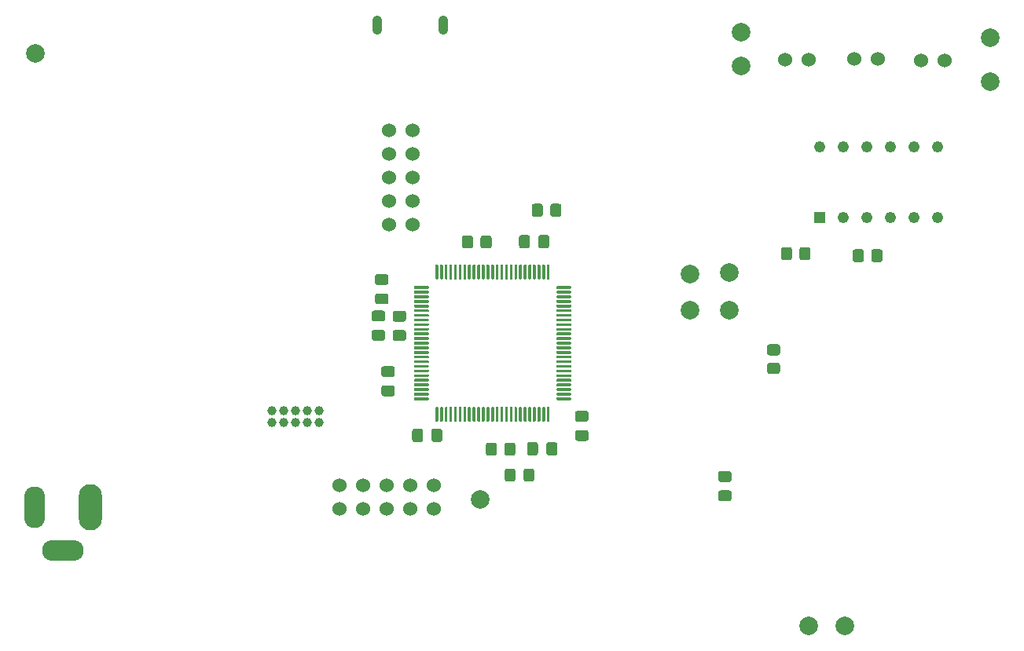
<source format=gbr>
%TF.GenerationSoftware,KiCad,Pcbnew,(5.1.9)-1*%
%TF.CreationDate,2021-04-19T10:41:21+09:00*%
%TF.ProjectId,Air_Pollution_Sensor,4169725f-506f-46c6-9c75-74696f6e5f53,rev?*%
%TF.SameCoordinates,Original*%
%TF.FileFunction,Soldermask,Bot*%
%TF.FilePolarity,Negative*%
%FSLAX46Y46*%
G04 Gerber Fmt 4.6, Leading zero omitted, Abs format (unit mm)*
G04 Created by KiCad (PCBNEW (5.1.9)-1) date 2021-04-19 10:41:21*
%MOMM*%
%LPD*%
G01*
G04 APERTURE LIST*
%ADD10C,2.000000*%
%ADD11C,1.000000*%
%ADD12C,1.530000*%
%ADD13C,1.524000*%
%ADD14C,1.220000*%
%ADD15R,1.220000X1.220000*%
%ADD16O,2.500000X5.000000*%
%ADD17O,2.250000X4.500000*%
%ADD18O,4.500000X2.250000*%
%ADD19O,1.050000X2.100000*%
G04 APERTURE END LIST*
D10*
%TO.C,TP8*%
X188899800Y-137414000D03*
%TD*%
%TO.C,TP7*%
X185039000Y-137363200D03*
%TD*%
%TO.C,C9*%
G36*
G01*
X140444200Y-105475100D02*
X141394200Y-105475100D01*
G75*
G02*
X141644200Y-105725100I0J-250000D01*
G01*
X141644200Y-106400100D01*
G75*
G02*
X141394200Y-106650100I-250000J0D01*
G01*
X140444200Y-106650100D01*
G75*
G02*
X140194200Y-106400100I0J250000D01*
G01*
X140194200Y-105725100D01*
G75*
G02*
X140444200Y-105475100I250000J0D01*
G01*
G37*
G36*
G01*
X140444200Y-103400100D02*
X141394200Y-103400100D01*
G75*
G02*
X141644200Y-103650100I0J-250000D01*
G01*
X141644200Y-104325100D01*
G75*
G02*
X141394200Y-104575100I-250000J0D01*
G01*
X140444200Y-104575100D01*
G75*
G02*
X140194200Y-104325100I0J250000D01*
G01*
X140194200Y-103650100D01*
G75*
G02*
X140444200Y-103400100I250000J0D01*
G01*
G37*
%TD*%
D11*
%TO.C,U10*%
X131013200Y-114198400D03*
X132283200Y-115468400D03*
X132283200Y-114198400D03*
X129743200Y-114198400D03*
X128473200Y-115468400D03*
X129743200Y-115468400D03*
X128473200Y-114198400D03*
X127203200Y-115468400D03*
X131013200Y-115468400D03*
X127203200Y-114198400D03*
%TD*%
D10*
%TO.C,TP12*%
X176479200Y-103378000D03*
%TD*%
%TO.C,TP11*%
X172262800Y-103378000D03*
%TD*%
%TO.C,TP10*%
X176479200Y-99314000D03*
%TD*%
%TO.C,TP9*%
X172262800Y-99415600D03*
%TD*%
%TO.C,R5*%
G36*
G01*
X151433580Y-117870819D02*
X151433580Y-118770821D01*
G75*
G02*
X151183581Y-119020820I-249999J0D01*
G01*
X150483579Y-119020820D01*
G75*
G02*
X150233580Y-118770821I0J249999D01*
G01*
X150233580Y-117870819D01*
G75*
G02*
X150483579Y-117620820I249999J0D01*
G01*
X151183581Y-117620820D01*
G75*
G02*
X151433580Y-117870819I0J-249999D01*
G01*
G37*
G36*
G01*
X153433580Y-117870819D02*
X153433580Y-118770821D01*
G75*
G02*
X153183581Y-119020820I-249999J0D01*
G01*
X152483579Y-119020820D01*
G75*
G02*
X152233580Y-118770821I0J249999D01*
G01*
X152233580Y-117870819D01*
G75*
G02*
X152483579Y-117620820I249999J0D01*
G01*
X153183581Y-117620820D01*
G75*
G02*
X153433580Y-117870819I0J-249999D01*
G01*
G37*
%TD*%
%TO.C,D5*%
G36*
G01*
X153411880Y-120669899D02*
X153411880Y-121569901D01*
G75*
G02*
X153161881Y-121819900I-249999J0D01*
G01*
X152511879Y-121819900D01*
G75*
G02*
X152261880Y-121569901I0J249999D01*
G01*
X152261880Y-120669899D01*
G75*
G02*
X152511879Y-120419900I249999J0D01*
G01*
X153161881Y-120419900D01*
G75*
G02*
X153411880Y-120669899I0J-249999D01*
G01*
G37*
G36*
G01*
X155461880Y-120669899D02*
X155461880Y-121569901D01*
G75*
G02*
X155211881Y-121819900I-249999J0D01*
G01*
X154561879Y-121819900D01*
G75*
G02*
X154311880Y-121569901I0J249999D01*
G01*
X154311880Y-120669899D01*
G75*
G02*
X154561879Y-120419900I249999J0D01*
G01*
X155211881Y-120419900D01*
G75*
G02*
X155461880Y-120669899I0J-249999D01*
G01*
G37*
%TD*%
%TO.C,TP6*%
X204607160Y-78724760D03*
%TD*%
%TO.C,TP5*%
X177744120Y-76969620D03*
%TD*%
%TO.C,TP4*%
X177764440Y-73400920D03*
%TD*%
%TO.C,TP3*%
X204607160Y-73929240D03*
%TD*%
%TO.C,TP2*%
X101727000Y-75615800D03*
%TD*%
%TO.C,TP1*%
X149608540Y-123738640D03*
%TD*%
D12*
%TO.C,J4*%
X134503160Y-124795280D03*
X134503160Y-122255280D03*
X137043160Y-124795280D03*
X137043160Y-122255280D03*
X139583160Y-124795280D03*
X139583160Y-122255280D03*
X142123160Y-122255280D03*
X144663160Y-122255280D03*
X142123160Y-124795280D03*
X144663160Y-124795280D03*
%TD*%
%TO.C,J3*%
X142354300Y-94094300D03*
X139814300Y-94094300D03*
X142354300Y-91554300D03*
X139814300Y-91554300D03*
X142354300Y-89014300D03*
X139814300Y-89014300D03*
X139814300Y-86474300D03*
X139814300Y-83934300D03*
X142354300Y-86474300D03*
X142354300Y-83934300D03*
%TD*%
%TO.C,U6*%
G36*
G01*
X144812360Y-115295900D02*
X144812360Y-113845900D01*
G75*
G02*
X144887360Y-113770900I75000J0D01*
G01*
X145037360Y-113770900D01*
G75*
G02*
X145112360Y-113845900I0J-75000D01*
G01*
X145112360Y-115295900D01*
G75*
G02*
X145037360Y-115370900I-75000J0D01*
G01*
X144887360Y-115370900D01*
G75*
G02*
X144812360Y-115295900I0J75000D01*
G01*
G37*
G36*
G01*
X145312360Y-115295900D02*
X145312360Y-113845900D01*
G75*
G02*
X145387360Y-113770900I75000J0D01*
G01*
X145537360Y-113770900D01*
G75*
G02*
X145612360Y-113845900I0J-75000D01*
G01*
X145612360Y-115295900D01*
G75*
G02*
X145537360Y-115370900I-75000J0D01*
G01*
X145387360Y-115370900D01*
G75*
G02*
X145312360Y-115295900I0J75000D01*
G01*
G37*
G36*
G01*
X145812360Y-115295900D02*
X145812360Y-113845900D01*
G75*
G02*
X145887360Y-113770900I75000J0D01*
G01*
X146037360Y-113770900D01*
G75*
G02*
X146112360Y-113845900I0J-75000D01*
G01*
X146112360Y-115295900D01*
G75*
G02*
X146037360Y-115370900I-75000J0D01*
G01*
X145887360Y-115370900D01*
G75*
G02*
X145812360Y-115295900I0J75000D01*
G01*
G37*
G36*
G01*
X146312360Y-115295900D02*
X146312360Y-113845900D01*
G75*
G02*
X146387360Y-113770900I75000J0D01*
G01*
X146537360Y-113770900D01*
G75*
G02*
X146612360Y-113845900I0J-75000D01*
G01*
X146612360Y-115295900D01*
G75*
G02*
X146537360Y-115370900I-75000J0D01*
G01*
X146387360Y-115370900D01*
G75*
G02*
X146312360Y-115295900I0J75000D01*
G01*
G37*
G36*
G01*
X146812360Y-115295900D02*
X146812360Y-113845900D01*
G75*
G02*
X146887360Y-113770900I75000J0D01*
G01*
X147037360Y-113770900D01*
G75*
G02*
X147112360Y-113845900I0J-75000D01*
G01*
X147112360Y-115295900D01*
G75*
G02*
X147037360Y-115370900I-75000J0D01*
G01*
X146887360Y-115370900D01*
G75*
G02*
X146812360Y-115295900I0J75000D01*
G01*
G37*
G36*
G01*
X147312360Y-115295900D02*
X147312360Y-113845900D01*
G75*
G02*
X147387360Y-113770900I75000J0D01*
G01*
X147537360Y-113770900D01*
G75*
G02*
X147612360Y-113845900I0J-75000D01*
G01*
X147612360Y-115295900D01*
G75*
G02*
X147537360Y-115370900I-75000J0D01*
G01*
X147387360Y-115370900D01*
G75*
G02*
X147312360Y-115295900I0J75000D01*
G01*
G37*
G36*
G01*
X147812360Y-115295900D02*
X147812360Y-113845900D01*
G75*
G02*
X147887360Y-113770900I75000J0D01*
G01*
X148037360Y-113770900D01*
G75*
G02*
X148112360Y-113845900I0J-75000D01*
G01*
X148112360Y-115295900D01*
G75*
G02*
X148037360Y-115370900I-75000J0D01*
G01*
X147887360Y-115370900D01*
G75*
G02*
X147812360Y-115295900I0J75000D01*
G01*
G37*
G36*
G01*
X148312360Y-115295900D02*
X148312360Y-113845900D01*
G75*
G02*
X148387360Y-113770900I75000J0D01*
G01*
X148537360Y-113770900D01*
G75*
G02*
X148612360Y-113845900I0J-75000D01*
G01*
X148612360Y-115295900D01*
G75*
G02*
X148537360Y-115370900I-75000J0D01*
G01*
X148387360Y-115370900D01*
G75*
G02*
X148312360Y-115295900I0J75000D01*
G01*
G37*
G36*
G01*
X148812360Y-115295900D02*
X148812360Y-113845900D01*
G75*
G02*
X148887360Y-113770900I75000J0D01*
G01*
X149037360Y-113770900D01*
G75*
G02*
X149112360Y-113845900I0J-75000D01*
G01*
X149112360Y-115295900D01*
G75*
G02*
X149037360Y-115370900I-75000J0D01*
G01*
X148887360Y-115370900D01*
G75*
G02*
X148812360Y-115295900I0J75000D01*
G01*
G37*
G36*
G01*
X149312360Y-115295900D02*
X149312360Y-113845900D01*
G75*
G02*
X149387360Y-113770900I75000J0D01*
G01*
X149537360Y-113770900D01*
G75*
G02*
X149612360Y-113845900I0J-75000D01*
G01*
X149612360Y-115295900D01*
G75*
G02*
X149537360Y-115370900I-75000J0D01*
G01*
X149387360Y-115370900D01*
G75*
G02*
X149312360Y-115295900I0J75000D01*
G01*
G37*
G36*
G01*
X149812360Y-115295900D02*
X149812360Y-113845900D01*
G75*
G02*
X149887360Y-113770900I75000J0D01*
G01*
X150037360Y-113770900D01*
G75*
G02*
X150112360Y-113845900I0J-75000D01*
G01*
X150112360Y-115295900D01*
G75*
G02*
X150037360Y-115370900I-75000J0D01*
G01*
X149887360Y-115370900D01*
G75*
G02*
X149812360Y-115295900I0J75000D01*
G01*
G37*
G36*
G01*
X150312360Y-115295900D02*
X150312360Y-113845900D01*
G75*
G02*
X150387360Y-113770900I75000J0D01*
G01*
X150537360Y-113770900D01*
G75*
G02*
X150612360Y-113845900I0J-75000D01*
G01*
X150612360Y-115295900D01*
G75*
G02*
X150537360Y-115370900I-75000J0D01*
G01*
X150387360Y-115370900D01*
G75*
G02*
X150312360Y-115295900I0J75000D01*
G01*
G37*
G36*
G01*
X150812360Y-115295900D02*
X150812360Y-113845900D01*
G75*
G02*
X150887360Y-113770900I75000J0D01*
G01*
X151037360Y-113770900D01*
G75*
G02*
X151112360Y-113845900I0J-75000D01*
G01*
X151112360Y-115295900D01*
G75*
G02*
X151037360Y-115370900I-75000J0D01*
G01*
X150887360Y-115370900D01*
G75*
G02*
X150812360Y-115295900I0J75000D01*
G01*
G37*
G36*
G01*
X151312360Y-115295900D02*
X151312360Y-113845900D01*
G75*
G02*
X151387360Y-113770900I75000J0D01*
G01*
X151537360Y-113770900D01*
G75*
G02*
X151612360Y-113845900I0J-75000D01*
G01*
X151612360Y-115295900D01*
G75*
G02*
X151537360Y-115370900I-75000J0D01*
G01*
X151387360Y-115370900D01*
G75*
G02*
X151312360Y-115295900I0J75000D01*
G01*
G37*
G36*
G01*
X151812360Y-115295900D02*
X151812360Y-113845900D01*
G75*
G02*
X151887360Y-113770900I75000J0D01*
G01*
X152037360Y-113770900D01*
G75*
G02*
X152112360Y-113845900I0J-75000D01*
G01*
X152112360Y-115295900D01*
G75*
G02*
X152037360Y-115370900I-75000J0D01*
G01*
X151887360Y-115370900D01*
G75*
G02*
X151812360Y-115295900I0J75000D01*
G01*
G37*
G36*
G01*
X152312360Y-115295900D02*
X152312360Y-113845900D01*
G75*
G02*
X152387360Y-113770900I75000J0D01*
G01*
X152537360Y-113770900D01*
G75*
G02*
X152612360Y-113845900I0J-75000D01*
G01*
X152612360Y-115295900D01*
G75*
G02*
X152537360Y-115370900I-75000J0D01*
G01*
X152387360Y-115370900D01*
G75*
G02*
X152312360Y-115295900I0J75000D01*
G01*
G37*
G36*
G01*
X152812360Y-115295900D02*
X152812360Y-113845900D01*
G75*
G02*
X152887360Y-113770900I75000J0D01*
G01*
X153037360Y-113770900D01*
G75*
G02*
X153112360Y-113845900I0J-75000D01*
G01*
X153112360Y-115295900D01*
G75*
G02*
X153037360Y-115370900I-75000J0D01*
G01*
X152887360Y-115370900D01*
G75*
G02*
X152812360Y-115295900I0J75000D01*
G01*
G37*
G36*
G01*
X153312360Y-115295900D02*
X153312360Y-113845900D01*
G75*
G02*
X153387360Y-113770900I75000J0D01*
G01*
X153537360Y-113770900D01*
G75*
G02*
X153612360Y-113845900I0J-75000D01*
G01*
X153612360Y-115295900D01*
G75*
G02*
X153537360Y-115370900I-75000J0D01*
G01*
X153387360Y-115370900D01*
G75*
G02*
X153312360Y-115295900I0J75000D01*
G01*
G37*
G36*
G01*
X153812360Y-115295900D02*
X153812360Y-113845900D01*
G75*
G02*
X153887360Y-113770900I75000J0D01*
G01*
X154037360Y-113770900D01*
G75*
G02*
X154112360Y-113845900I0J-75000D01*
G01*
X154112360Y-115295900D01*
G75*
G02*
X154037360Y-115370900I-75000J0D01*
G01*
X153887360Y-115370900D01*
G75*
G02*
X153812360Y-115295900I0J75000D01*
G01*
G37*
G36*
G01*
X154312360Y-115295900D02*
X154312360Y-113845900D01*
G75*
G02*
X154387360Y-113770900I75000J0D01*
G01*
X154537360Y-113770900D01*
G75*
G02*
X154612360Y-113845900I0J-75000D01*
G01*
X154612360Y-115295900D01*
G75*
G02*
X154537360Y-115370900I-75000J0D01*
G01*
X154387360Y-115370900D01*
G75*
G02*
X154312360Y-115295900I0J75000D01*
G01*
G37*
G36*
G01*
X154812360Y-115295900D02*
X154812360Y-113845900D01*
G75*
G02*
X154887360Y-113770900I75000J0D01*
G01*
X155037360Y-113770900D01*
G75*
G02*
X155112360Y-113845900I0J-75000D01*
G01*
X155112360Y-115295900D01*
G75*
G02*
X155037360Y-115370900I-75000J0D01*
G01*
X154887360Y-115370900D01*
G75*
G02*
X154812360Y-115295900I0J75000D01*
G01*
G37*
G36*
G01*
X155312360Y-115295900D02*
X155312360Y-113845900D01*
G75*
G02*
X155387360Y-113770900I75000J0D01*
G01*
X155537360Y-113770900D01*
G75*
G02*
X155612360Y-113845900I0J-75000D01*
G01*
X155612360Y-115295900D01*
G75*
G02*
X155537360Y-115370900I-75000J0D01*
G01*
X155387360Y-115370900D01*
G75*
G02*
X155312360Y-115295900I0J75000D01*
G01*
G37*
G36*
G01*
X155812360Y-115295900D02*
X155812360Y-113845900D01*
G75*
G02*
X155887360Y-113770900I75000J0D01*
G01*
X156037360Y-113770900D01*
G75*
G02*
X156112360Y-113845900I0J-75000D01*
G01*
X156112360Y-115295900D01*
G75*
G02*
X156037360Y-115370900I-75000J0D01*
G01*
X155887360Y-115370900D01*
G75*
G02*
X155812360Y-115295900I0J75000D01*
G01*
G37*
G36*
G01*
X156312360Y-115295900D02*
X156312360Y-113845900D01*
G75*
G02*
X156387360Y-113770900I75000J0D01*
G01*
X156537360Y-113770900D01*
G75*
G02*
X156612360Y-113845900I0J-75000D01*
G01*
X156612360Y-115295900D01*
G75*
G02*
X156537360Y-115370900I-75000J0D01*
G01*
X156387360Y-115370900D01*
G75*
G02*
X156312360Y-115295900I0J75000D01*
G01*
G37*
G36*
G01*
X156812360Y-115295900D02*
X156812360Y-113845900D01*
G75*
G02*
X156887360Y-113770900I75000J0D01*
G01*
X157037360Y-113770900D01*
G75*
G02*
X157112360Y-113845900I0J-75000D01*
G01*
X157112360Y-115295900D01*
G75*
G02*
X157037360Y-115370900I-75000J0D01*
G01*
X156887360Y-115370900D01*
G75*
G02*
X156812360Y-115295900I0J75000D01*
G01*
G37*
G36*
G01*
X157837360Y-112970900D02*
X157837360Y-112820900D01*
G75*
G02*
X157912360Y-112745900I75000J0D01*
G01*
X159362360Y-112745900D01*
G75*
G02*
X159437360Y-112820900I0J-75000D01*
G01*
X159437360Y-112970900D01*
G75*
G02*
X159362360Y-113045900I-75000J0D01*
G01*
X157912360Y-113045900D01*
G75*
G02*
X157837360Y-112970900I0J75000D01*
G01*
G37*
G36*
G01*
X157837360Y-112470900D02*
X157837360Y-112320900D01*
G75*
G02*
X157912360Y-112245900I75000J0D01*
G01*
X159362360Y-112245900D01*
G75*
G02*
X159437360Y-112320900I0J-75000D01*
G01*
X159437360Y-112470900D01*
G75*
G02*
X159362360Y-112545900I-75000J0D01*
G01*
X157912360Y-112545900D01*
G75*
G02*
X157837360Y-112470900I0J75000D01*
G01*
G37*
G36*
G01*
X157837360Y-111970900D02*
X157837360Y-111820900D01*
G75*
G02*
X157912360Y-111745900I75000J0D01*
G01*
X159362360Y-111745900D01*
G75*
G02*
X159437360Y-111820900I0J-75000D01*
G01*
X159437360Y-111970900D01*
G75*
G02*
X159362360Y-112045900I-75000J0D01*
G01*
X157912360Y-112045900D01*
G75*
G02*
X157837360Y-111970900I0J75000D01*
G01*
G37*
G36*
G01*
X157837360Y-111470900D02*
X157837360Y-111320900D01*
G75*
G02*
X157912360Y-111245900I75000J0D01*
G01*
X159362360Y-111245900D01*
G75*
G02*
X159437360Y-111320900I0J-75000D01*
G01*
X159437360Y-111470900D01*
G75*
G02*
X159362360Y-111545900I-75000J0D01*
G01*
X157912360Y-111545900D01*
G75*
G02*
X157837360Y-111470900I0J75000D01*
G01*
G37*
G36*
G01*
X157837360Y-110970900D02*
X157837360Y-110820900D01*
G75*
G02*
X157912360Y-110745900I75000J0D01*
G01*
X159362360Y-110745900D01*
G75*
G02*
X159437360Y-110820900I0J-75000D01*
G01*
X159437360Y-110970900D01*
G75*
G02*
X159362360Y-111045900I-75000J0D01*
G01*
X157912360Y-111045900D01*
G75*
G02*
X157837360Y-110970900I0J75000D01*
G01*
G37*
G36*
G01*
X157837360Y-110470900D02*
X157837360Y-110320900D01*
G75*
G02*
X157912360Y-110245900I75000J0D01*
G01*
X159362360Y-110245900D01*
G75*
G02*
X159437360Y-110320900I0J-75000D01*
G01*
X159437360Y-110470900D01*
G75*
G02*
X159362360Y-110545900I-75000J0D01*
G01*
X157912360Y-110545900D01*
G75*
G02*
X157837360Y-110470900I0J75000D01*
G01*
G37*
G36*
G01*
X157837360Y-109970900D02*
X157837360Y-109820900D01*
G75*
G02*
X157912360Y-109745900I75000J0D01*
G01*
X159362360Y-109745900D01*
G75*
G02*
X159437360Y-109820900I0J-75000D01*
G01*
X159437360Y-109970900D01*
G75*
G02*
X159362360Y-110045900I-75000J0D01*
G01*
X157912360Y-110045900D01*
G75*
G02*
X157837360Y-109970900I0J75000D01*
G01*
G37*
G36*
G01*
X157837360Y-109470900D02*
X157837360Y-109320900D01*
G75*
G02*
X157912360Y-109245900I75000J0D01*
G01*
X159362360Y-109245900D01*
G75*
G02*
X159437360Y-109320900I0J-75000D01*
G01*
X159437360Y-109470900D01*
G75*
G02*
X159362360Y-109545900I-75000J0D01*
G01*
X157912360Y-109545900D01*
G75*
G02*
X157837360Y-109470900I0J75000D01*
G01*
G37*
G36*
G01*
X157837360Y-108970900D02*
X157837360Y-108820900D01*
G75*
G02*
X157912360Y-108745900I75000J0D01*
G01*
X159362360Y-108745900D01*
G75*
G02*
X159437360Y-108820900I0J-75000D01*
G01*
X159437360Y-108970900D01*
G75*
G02*
X159362360Y-109045900I-75000J0D01*
G01*
X157912360Y-109045900D01*
G75*
G02*
X157837360Y-108970900I0J75000D01*
G01*
G37*
G36*
G01*
X157837360Y-108470900D02*
X157837360Y-108320900D01*
G75*
G02*
X157912360Y-108245900I75000J0D01*
G01*
X159362360Y-108245900D01*
G75*
G02*
X159437360Y-108320900I0J-75000D01*
G01*
X159437360Y-108470900D01*
G75*
G02*
X159362360Y-108545900I-75000J0D01*
G01*
X157912360Y-108545900D01*
G75*
G02*
X157837360Y-108470900I0J75000D01*
G01*
G37*
G36*
G01*
X157837360Y-107970900D02*
X157837360Y-107820900D01*
G75*
G02*
X157912360Y-107745900I75000J0D01*
G01*
X159362360Y-107745900D01*
G75*
G02*
X159437360Y-107820900I0J-75000D01*
G01*
X159437360Y-107970900D01*
G75*
G02*
X159362360Y-108045900I-75000J0D01*
G01*
X157912360Y-108045900D01*
G75*
G02*
X157837360Y-107970900I0J75000D01*
G01*
G37*
G36*
G01*
X157837360Y-107470900D02*
X157837360Y-107320900D01*
G75*
G02*
X157912360Y-107245900I75000J0D01*
G01*
X159362360Y-107245900D01*
G75*
G02*
X159437360Y-107320900I0J-75000D01*
G01*
X159437360Y-107470900D01*
G75*
G02*
X159362360Y-107545900I-75000J0D01*
G01*
X157912360Y-107545900D01*
G75*
G02*
X157837360Y-107470900I0J75000D01*
G01*
G37*
G36*
G01*
X157837360Y-106970900D02*
X157837360Y-106820900D01*
G75*
G02*
X157912360Y-106745900I75000J0D01*
G01*
X159362360Y-106745900D01*
G75*
G02*
X159437360Y-106820900I0J-75000D01*
G01*
X159437360Y-106970900D01*
G75*
G02*
X159362360Y-107045900I-75000J0D01*
G01*
X157912360Y-107045900D01*
G75*
G02*
X157837360Y-106970900I0J75000D01*
G01*
G37*
G36*
G01*
X157837360Y-106470900D02*
X157837360Y-106320900D01*
G75*
G02*
X157912360Y-106245900I75000J0D01*
G01*
X159362360Y-106245900D01*
G75*
G02*
X159437360Y-106320900I0J-75000D01*
G01*
X159437360Y-106470900D01*
G75*
G02*
X159362360Y-106545900I-75000J0D01*
G01*
X157912360Y-106545900D01*
G75*
G02*
X157837360Y-106470900I0J75000D01*
G01*
G37*
G36*
G01*
X157837360Y-105970900D02*
X157837360Y-105820900D01*
G75*
G02*
X157912360Y-105745900I75000J0D01*
G01*
X159362360Y-105745900D01*
G75*
G02*
X159437360Y-105820900I0J-75000D01*
G01*
X159437360Y-105970900D01*
G75*
G02*
X159362360Y-106045900I-75000J0D01*
G01*
X157912360Y-106045900D01*
G75*
G02*
X157837360Y-105970900I0J75000D01*
G01*
G37*
G36*
G01*
X157837360Y-105470900D02*
X157837360Y-105320900D01*
G75*
G02*
X157912360Y-105245900I75000J0D01*
G01*
X159362360Y-105245900D01*
G75*
G02*
X159437360Y-105320900I0J-75000D01*
G01*
X159437360Y-105470900D01*
G75*
G02*
X159362360Y-105545900I-75000J0D01*
G01*
X157912360Y-105545900D01*
G75*
G02*
X157837360Y-105470900I0J75000D01*
G01*
G37*
G36*
G01*
X157837360Y-104970900D02*
X157837360Y-104820900D01*
G75*
G02*
X157912360Y-104745900I75000J0D01*
G01*
X159362360Y-104745900D01*
G75*
G02*
X159437360Y-104820900I0J-75000D01*
G01*
X159437360Y-104970900D01*
G75*
G02*
X159362360Y-105045900I-75000J0D01*
G01*
X157912360Y-105045900D01*
G75*
G02*
X157837360Y-104970900I0J75000D01*
G01*
G37*
G36*
G01*
X157837360Y-104470900D02*
X157837360Y-104320900D01*
G75*
G02*
X157912360Y-104245900I75000J0D01*
G01*
X159362360Y-104245900D01*
G75*
G02*
X159437360Y-104320900I0J-75000D01*
G01*
X159437360Y-104470900D01*
G75*
G02*
X159362360Y-104545900I-75000J0D01*
G01*
X157912360Y-104545900D01*
G75*
G02*
X157837360Y-104470900I0J75000D01*
G01*
G37*
G36*
G01*
X157837360Y-103970900D02*
X157837360Y-103820900D01*
G75*
G02*
X157912360Y-103745900I75000J0D01*
G01*
X159362360Y-103745900D01*
G75*
G02*
X159437360Y-103820900I0J-75000D01*
G01*
X159437360Y-103970900D01*
G75*
G02*
X159362360Y-104045900I-75000J0D01*
G01*
X157912360Y-104045900D01*
G75*
G02*
X157837360Y-103970900I0J75000D01*
G01*
G37*
G36*
G01*
X157837360Y-103470900D02*
X157837360Y-103320900D01*
G75*
G02*
X157912360Y-103245900I75000J0D01*
G01*
X159362360Y-103245900D01*
G75*
G02*
X159437360Y-103320900I0J-75000D01*
G01*
X159437360Y-103470900D01*
G75*
G02*
X159362360Y-103545900I-75000J0D01*
G01*
X157912360Y-103545900D01*
G75*
G02*
X157837360Y-103470900I0J75000D01*
G01*
G37*
G36*
G01*
X157837360Y-102970900D02*
X157837360Y-102820900D01*
G75*
G02*
X157912360Y-102745900I75000J0D01*
G01*
X159362360Y-102745900D01*
G75*
G02*
X159437360Y-102820900I0J-75000D01*
G01*
X159437360Y-102970900D01*
G75*
G02*
X159362360Y-103045900I-75000J0D01*
G01*
X157912360Y-103045900D01*
G75*
G02*
X157837360Y-102970900I0J75000D01*
G01*
G37*
G36*
G01*
X157837360Y-102470900D02*
X157837360Y-102320900D01*
G75*
G02*
X157912360Y-102245900I75000J0D01*
G01*
X159362360Y-102245900D01*
G75*
G02*
X159437360Y-102320900I0J-75000D01*
G01*
X159437360Y-102470900D01*
G75*
G02*
X159362360Y-102545900I-75000J0D01*
G01*
X157912360Y-102545900D01*
G75*
G02*
X157837360Y-102470900I0J75000D01*
G01*
G37*
G36*
G01*
X157837360Y-101970900D02*
X157837360Y-101820900D01*
G75*
G02*
X157912360Y-101745900I75000J0D01*
G01*
X159362360Y-101745900D01*
G75*
G02*
X159437360Y-101820900I0J-75000D01*
G01*
X159437360Y-101970900D01*
G75*
G02*
X159362360Y-102045900I-75000J0D01*
G01*
X157912360Y-102045900D01*
G75*
G02*
X157837360Y-101970900I0J75000D01*
G01*
G37*
G36*
G01*
X157837360Y-101470900D02*
X157837360Y-101320900D01*
G75*
G02*
X157912360Y-101245900I75000J0D01*
G01*
X159362360Y-101245900D01*
G75*
G02*
X159437360Y-101320900I0J-75000D01*
G01*
X159437360Y-101470900D01*
G75*
G02*
X159362360Y-101545900I-75000J0D01*
G01*
X157912360Y-101545900D01*
G75*
G02*
X157837360Y-101470900I0J75000D01*
G01*
G37*
G36*
G01*
X157837360Y-100970900D02*
X157837360Y-100820900D01*
G75*
G02*
X157912360Y-100745900I75000J0D01*
G01*
X159362360Y-100745900D01*
G75*
G02*
X159437360Y-100820900I0J-75000D01*
G01*
X159437360Y-100970900D01*
G75*
G02*
X159362360Y-101045900I-75000J0D01*
G01*
X157912360Y-101045900D01*
G75*
G02*
X157837360Y-100970900I0J75000D01*
G01*
G37*
G36*
G01*
X156812360Y-99945900D02*
X156812360Y-98495900D01*
G75*
G02*
X156887360Y-98420900I75000J0D01*
G01*
X157037360Y-98420900D01*
G75*
G02*
X157112360Y-98495900I0J-75000D01*
G01*
X157112360Y-99945900D01*
G75*
G02*
X157037360Y-100020900I-75000J0D01*
G01*
X156887360Y-100020900D01*
G75*
G02*
X156812360Y-99945900I0J75000D01*
G01*
G37*
G36*
G01*
X156312360Y-99945900D02*
X156312360Y-98495900D01*
G75*
G02*
X156387360Y-98420900I75000J0D01*
G01*
X156537360Y-98420900D01*
G75*
G02*
X156612360Y-98495900I0J-75000D01*
G01*
X156612360Y-99945900D01*
G75*
G02*
X156537360Y-100020900I-75000J0D01*
G01*
X156387360Y-100020900D01*
G75*
G02*
X156312360Y-99945900I0J75000D01*
G01*
G37*
G36*
G01*
X155812360Y-99945900D02*
X155812360Y-98495900D01*
G75*
G02*
X155887360Y-98420900I75000J0D01*
G01*
X156037360Y-98420900D01*
G75*
G02*
X156112360Y-98495900I0J-75000D01*
G01*
X156112360Y-99945900D01*
G75*
G02*
X156037360Y-100020900I-75000J0D01*
G01*
X155887360Y-100020900D01*
G75*
G02*
X155812360Y-99945900I0J75000D01*
G01*
G37*
G36*
G01*
X155312360Y-99945900D02*
X155312360Y-98495900D01*
G75*
G02*
X155387360Y-98420900I75000J0D01*
G01*
X155537360Y-98420900D01*
G75*
G02*
X155612360Y-98495900I0J-75000D01*
G01*
X155612360Y-99945900D01*
G75*
G02*
X155537360Y-100020900I-75000J0D01*
G01*
X155387360Y-100020900D01*
G75*
G02*
X155312360Y-99945900I0J75000D01*
G01*
G37*
G36*
G01*
X154812360Y-99945900D02*
X154812360Y-98495900D01*
G75*
G02*
X154887360Y-98420900I75000J0D01*
G01*
X155037360Y-98420900D01*
G75*
G02*
X155112360Y-98495900I0J-75000D01*
G01*
X155112360Y-99945900D01*
G75*
G02*
X155037360Y-100020900I-75000J0D01*
G01*
X154887360Y-100020900D01*
G75*
G02*
X154812360Y-99945900I0J75000D01*
G01*
G37*
G36*
G01*
X154312360Y-99945900D02*
X154312360Y-98495900D01*
G75*
G02*
X154387360Y-98420900I75000J0D01*
G01*
X154537360Y-98420900D01*
G75*
G02*
X154612360Y-98495900I0J-75000D01*
G01*
X154612360Y-99945900D01*
G75*
G02*
X154537360Y-100020900I-75000J0D01*
G01*
X154387360Y-100020900D01*
G75*
G02*
X154312360Y-99945900I0J75000D01*
G01*
G37*
G36*
G01*
X153812360Y-99945900D02*
X153812360Y-98495900D01*
G75*
G02*
X153887360Y-98420900I75000J0D01*
G01*
X154037360Y-98420900D01*
G75*
G02*
X154112360Y-98495900I0J-75000D01*
G01*
X154112360Y-99945900D01*
G75*
G02*
X154037360Y-100020900I-75000J0D01*
G01*
X153887360Y-100020900D01*
G75*
G02*
X153812360Y-99945900I0J75000D01*
G01*
G37*
G36*
G01*
X153312360Y-99945900D02*
X153312360Y-98495900D01*
G75*
G02*
X153387360Y-98420900I75000J0D01*
G01*
X153537360Y-98420900D01*
G75*
G02*
X153612360Y-98495900I0J-75000D01*
G01*
X153612360Y-99945900D01*
G75*
G02*
X153537360Y-100020900I-75000J0D01*
G01*
X153387360Y-100020900D01*
G75*
G02*
X153312360Y-99945900I0J75000D01*
G01*
G37*
G36*
G01*
X152812360Y-99945900D02*
X152812360Y-98495900D01*
G75*
G02*
X152887360Y-98420900I75000J0D01*
G01*
X153037360Y-98420900D01*
G75*
G02*
X153112360Y-98495900I0J-75000D01*
G01*
X153112360Y-99945900D01*
G75*
G02*
X153037360Y-100020900I-75000J0D01*
G01*
X152887360Y-100020900D01*
G75*
G02*
X152812360Y-99945900I0J75000D01*
G01*
G37*
G36*
G01*
X152312360Y-99945900D02*
X152312360Y-98495900D01*
G75*
G02*
X152387360Y-98420900I75000J0D01*
G01*
X152537360Y-98420900D01*
G75*
G02*
X152612360Y-98495900I0J-75000D01*
G01*
X152612360Y-99945900D01*
G75*
G02*
X152537360Y-100020900I-75000J0D01*
G01*
X152387360Y-100020900D01*
G75*
G02*
X152312360Y-99945900I0J75000D01*
G01*
G37*
G36*
G01*
X151812360Y-99945900D02*
X151812360Y-98495900D01*
G75*
G02*
X151887360Y-98420900I75000J0D01*
G01*
X152037360Y-98420900D01*
G75*
G02*
X152112360Y-98495900I0J-75000D01*
G01*
X152112360Y-99945900D01*
G75*
G02*
X152037360Y-100020900I-75000J0D01*
G01*
X151887360Y-100020900D01*
G75*
G02*
X151812360Y-99945900I0J75000D01*
G01*
G37*
G36*
G01*
X151312360Y-99945900D02*
X151312360Y-98495900D01*
G75*
G02*
X151387360Y-98420900I75000J0D01*
G01*
X151537360Y-98420900D01*
G75*
G02*
X151612360Y-98495900I0J-75000D01*
G01*
X151612360Y-99945900D01*
G75*
G02*
X151537360Y-100020900I-75000J0D01*
G01*
X151387360Y-100020900D01*
G75*
G02*
X151312360Y-99945900I0J75000D01*
G01*
G37*
G36*
G01*
X150812360Y-99945900D02*
X150812360Y-98495900D01*
G75*
G02*
X150887360Y-98420900I75000J0D01*
G01*
X151037360Y-98420900D01*
G75*
G02*
X151112360Y-98495900I0J-75000D01*
G01*
X151112360Y-99945900D01*
G75*
G02*
X151037360Y-100020900I-75000J0D01*
G01*
X150887360Y-100020900D01*
G75*
G02*
X150812360Y-99945900I0J75000D01*
G01*
G37*
G36*
G01*
X150312360Y-99945900D02*
X150312360Y-98495900D01*
G75*
G02*
X150387360Y-98420900I75000J0D01*
G01*
X150537360Y-98420900D01*
G75*
G02*
X150612360Y-98495900I0J-75000D01*
G01*
X150612360Y-99945900D01*
G75*
G02*
X150537360Y-100020900I-75000J0D01*
G01*
X150387360Y-100020900D01*
G75*
G02*
X150312360Y-99945900I0J75000D01*
G01*
G37*
G36*
G01*
X149812360Y-99945900D02*
X149812360Y-98495900D01*
G75*
G02*
X149887360Y-98420900I75000J0D01*
G01*
X150037360Y-98420900D01*
G75*
G02*
X150112360Y-98495900I0J-75000D01*
G01*
X150112360Y-99945900D01*
G75*
G02*
X150037360Y-100020900I-75000J0D01*
G01*
X149887360Y-100020900D01*
G75*
G02*
X149812360Y-99945900I0J75000D01*
G01*
G37*
G36*
G01*
X149312360Y-99945900D02*
X149312360Y-98495900D01*
G75*
G02*
X149387360Y-98420900I75000J0D01*
G01*
X149537360Y-98420900D01*
G75*
G02*
X149612360Y-98495900I0J-75000D01*
G01*
X149612360Y-99945900D01*
G75*
G02*
X149537360Y-100020900I-75000J0D01*
G01*
X149387360Y-100020900D01*
G75*
G02*
X149312360Y-99945900I0J75000D01*
G01*
G37*
G36*
G01*
X148812360Y-99945900D02*
X148812360Y-98495900D01*
G75*
G02*
X148887360Y-98420900I75000J0D01*
G01*
X149037360Y-98420900D01*
G75*
G02*
X149112360Y-98495900I0J-75000D01*
G01*
X149112360Y-99945900D01*
G75*
G02*
X149037360Y-100020900I-75000J0D01*
G01*
X148887360Y-100020900D01*
G75*
G02*
X148812360Y-99945900I0J75000D01*
G01*
G37*
G36*
G01*
X148312360Y-99945900D02*
X148312360Y-98495900D01*
G75*
G02*
X148387360Y-98420900I75000J0D01*
G01*
X148537360Y-98420900D01*
G75*
G02*
X148612360Y-98495900I0J-75000D01*
G01*
X148612360Y-99945900D01*
G75*
G02*
X148537360Y-100020900I-75000J0D01*
G01*
X148387360Y-100020900D01*
G75*
G02*
X148312360Y-99945900I0J75000D01*
G01*
G37*
G36*
G01*
X147812360Y-99945900D02*
X147812360Y-98495900D01*
G75*
G02*
X147887360Y-98420900I75000J0D01*
G01*
X148037360Y-98420900D01*
G75*
G02*
X148112360Y-98495900I0J-75000D01*
G01*
X148112360Y-99945900D01*
G75*
G02*
X148037360Y-100020900I-75000J0D01*
G01*
X147887360Y-100020900D01*
G75*
G02*
X147812360Y-99945900I0J75000D01*
G01*
G37*
G36*
G01*
X147312360Y-99945900D02*
X147312360Y-98495900D01*
G75*
G02*
X147387360Y-98420900I75000J0D01*
G01*
X147537360Y-98420900D01*
G75*
G02*
X147612360Y-98495900I0J-75000D01*
G01*
X147612360Y-99945900D01*
G75*
G02*
X147537360Y-100020900I-75000J0D01*
G01*
X147387360Y-100020900D01*
G75*
G02*
X147312360Y-99945900I0J75000D01*
G01*
G37*
G36*
G01*
X146812360Y-99945900D02*
X146812360Y-98495900D01*
G75*
G02*
X146887360Y-98420900I75000J0D01*
G01*
X147037360Y-98420900D01*
G75*
G02*
X147112360Y-98495900I0J-75000D01*
G01*
X147112360Y-99945900D01*
G75*
G02*
X147037360Y-100020900I-75000J0D01*
G01*
X146887360Y-100020900D01*
G75*
G02*
X146812360Y-99945900I0J75000D01*
G01*
G37*
G36*
G01*
X146312360Y-99945900D02*
X146312360Y-98495900D01*
G75*
G02*
X146387360Y-98420900I75000J0D01*
G01*
X146537360Y-98420900D01*
G75*
G02*
X146612360Y-98495900I0J-75000D01*
G01*
X146612360Y-99945900D01*
G75*
G02*
X146537360Y-100020900I-75000J0D01*
G01*
X146387360Y-100020900D01*
G75*
G02*
X146312360Y-99945900I0J75000D01*
G01*
G37*
G36*
G01*
X145812360Y-99945900D02*
X145812360Y-98495900D01*
G75*
G02*
X145887360Y-98420900I75000J0D01*
G01*
X146037360Y-98420900D01*
G75*
G02*
X146112360Y-98495900I0J-75000D01*
G01*
X146112360Y-99945900D01*
G75*
G02*
X146037360Y-100020900I-75000J0D01*
G01*
X145887360Y-100020900D01*
G75*
G02*
X145812360Y-99945900I0J75000D01*
G01*
G37*
G36*
G01*
X145312360Y-99945900D02*
X145312360Y-98495900D01*
G75*
G02*
X145387360Y-98420900I75000J0D01*
G01*
X145537360Y-98420900D01*
G75*
G02*
X145612360Y-98495900I0J-75000D01*
G01*
X145612360Y-99945900D01*
G75*
G02*
X145537360Y-100020900I-75000J0D01*
G01*
X145387360Y-100020900D01*
G75*
G02*
X145312360Y-99945900I0J75000D01*
G01*
G37*
G36*
G01*
X144812360Y-99945900D02*
X144812360Y-98495900D01*
G75*
G02*
X144887360Y-98420900I75000J0D01*
G01*
X145037360Y-98420900D01*
G75*
G02*
X145112360Y-98495900I0J-75000D01*
G01*
X145112360Y-99945900D01*
G75*
G02*
X145037360Y-100020900I-75000J0D01*
G01*
X144887360Y-100020900D01*
G75*
G02*
X144812360Y-99945900I0J75000D01*
G01*
G37*
G36*
G01*
X142487360Y-100970900D02*
X142487360Y-100820900D01*
G75*
G02*
X142562360Y-100745900I75000J0D01*
G01*
X144012360Y-100745900D01*
G75*
G02*
X144087360Y-100820900I0J-75000D01*
G01*
X144087360Y-100970900D01*
G75*
G02*
X144012360Y-101045900I-75000J0D01*
G01*
X142562360Y-101045900D01*
G75*
G02*
X142487360Y-100970900I0J75000D01*
G01*
G37*
G36*
G01*
X142487360Y-101470900D02*
X142487360Y-101320900D01*
G75*
G02*
X142562360Y-101245900I75000J0D01*
G01*
X144012360Y-101245900D01*
G75*
G02*
X144087360Y-101320900I0J-75000D01*
G01*
X144087360Y-101470900D01*
G75*
G02*
X144012360Y-101545900I-75000J0D01*
G01*
X142562360Y-101545900D01*
G75*
G02*
X142487360Y-101470900I0J75000D01*
G01*
G37*
G36*
G01*
X142487360Y-101970900D02*
X142487360Y-101820900D01*
G75*
G02*
X142562360Y-101745900I75000J0D01*
G01*
X144012360Y-101745900D01*
G75*
G02*
X144087360Y-101820900I0J-75000D01*
G01*
X144087360Y-101970900D01*
G75*
G02*
X144012360Y-102045900I-75000J0D01*
G01*
X142562360Y-102045900D01*
G75*
G02*
X142487360Y-101970900I0J75000D01*
G01*
G37*
G36*
G01*
X142487360Y-102470900D02*
X142487360Y-102320900D01*
G75*
G02*
X142562360Y-102245900I75000J0D01*
G01*
X144012360Y-102245900D01*
G75*
G02*
X144087360Y-102320900I0J-75000D01*
G01*
X144087360Y-102470900D01*
G75*
G02*
X144012360Y-102545900I-75000J0D01*
G01*
X142562360Y-102545900D01*
G75*
G02*
X142487360Y-102470900I0J75000D01*
G01*
G37*
G36*
G01*
X142487360Y-102970900D02*
X142487360Y-102820900D01*
G75*
G02*
X142562360Y-102745900I75000J0D01*
G01*
X144012360Y-102745900D01*
G75*
G02*
X144087360Y-102820900I0J-75000D01*
G01*
X144087360Y-102970900D01*
G75*
G02*
X144012360Y-103045900I-75000J0D01*
G01*
X142562360Y-103045900D01*
G75*
G02*
X142487360Y-102970900I0J75000D01*
G01*
G37*
G36*
G01*
X142487360Y-103470900D02*
X142487360Y-103320900D01*
G75*
G02*
X142562360Y-103245900I75000J0D01*
G01*
X144012360Y-103245900D01*
G75*
G02*
X144087360Y-103320900I0J-75000D01*
G01*
X144087360Y-103470900D01*
G75*
G02*
X144012360Y-103545900I-75000J0D01*
G01*
X142562360Y-103545900D01*
G75*
G02*
X142487360Y-103470900I0J75000D01*
G01*
G37*
G36*
G01*
X142487360Y-103970900D02*
X142487360Y-103820900D01*
G75*
G02*
X142562360Y-103745900I75000J0D01*
G01*
X144012360Y-103745900D01*
G75*
G02*
X144087360Y-103820900I0J-75000D01*
G01*
X144087360Y-103970900D01*
G75*
G02*
X144012360Y-104045900I-75000J0D01*
G01*
X142562360Y-104045900D01*
G75*
G02*
X142487360Y-103970900I0J75000D01*
G01*
G37*
G36*
G01*
X142487360Y-104470900D02*
X142487360Y-104320900D01*
G75*
G02*
X142562360Y-104245900I75000J0D01*
G01*
X144012360Y-104245900D01*
G75*
G02*
X144087360Y-104320900I0J-75000D01*
G01*
X144087360Y-104470900D01*
G75*
G02*
X144012360Y-104545900I-75000J0D01*
G01*
X142562360Y-104545900D01*
G75*
G02*
X142487360Y-104470900I0J75000D01*
G01*
G37*
G36*
G01*
X142487360Y-104970900D02*
X142487360Y-104820900D01*
G75*
G02*
X142562360Y-104745900I75000J0D01*
G01*
X144012360Y-104745900D01*
G75*
G02*
X144087360Y-104820900I0J-75000D01*
G01*
X144087360Y-104970900D01*
G75*
G02*
X144012360Y-105045900I-75000J0D01*
G01*
X142562360Y-105045900D01*
G75*
G02*
X142487360Y-104970900I0J75000D01*
G01*
G37*
G36*
G01*
X142487360Y-105470900D02*
X142487360Y-105320900D01*
G75*
G02*
X142562360Y-105245900I75000J0D01*
G01*
X144012360Y-105245900D01*
G75*
G02*
X144087360Y-105320900I0J-75000D01*
G01*
X144087360Y-105470900D01*
G75*
G02*
X144012360Y-105545900I-75000J0D01*
G01*
X142562360Y-105545900D01*
G75*
G02*
X142487360Y-105470900I0J75000D01*
G01*
G37*
G36*
G01*
X142487360Y-105970900D02*
X142487360Y-105820900D01*
G75*
G02*
X142562360Y-105745900I75000J0D01*
G01*
X144012360Y-105745900D01*
G75*
G02*
X144087360Y-105820900I0J-75000D01*
G01*
X144087360Y-105970900D01*
G75*
G02*
X144012360Y-106045900I-75000J0D01*
G01*
X142562360Y-106045900D01*
G75*
G02*
X142487360Y-105970900I0J75000D01*
G01*
G37*
G36*
G01*
X142487360Y-106470900D02*
X142487360Y-106320900D01*
G75*
G02*
X142562360Y-106245900I75000J0D01*
G01*
X144012360Y-106245900D01*
G75*
G02*
X144087360Y-106320900I0J-75000D01*
G01*
X144087360Y-106470900D01*
G75*
G02*
X144012360Y-106545900I-75000J0D01*
G01*
X142562360Y-106545900D01*
G75*
G02*
X142487360Y-106470900I0J75000D01*
G01*
G37*
G36*
G01*
X142487360Y-106970900D02*
X142487360Y-106820900D01*
G75*
G02*
X142562360Y-106745900I75000J0D01*
G01*
X144012360Y-106745900D01*
G75*
G02*
X144087360Y-106820900I0J-75000D01*
G01*
X144087360Y-106970900D01*
G75*
G02*
X144012360Y-107045900I-75000J0D01*
G01*
X142562360Y-107045900D01*
G75*
G02*
X142487360Y-106970900I0J75000D01*
G01*
G37*
G36*
G01*
X142487360Y-107470900D02*
X142487360Y-107320900D01*
G75*
G02*
X142562360Y-107245900I75000J0D01*
G01*
X144012360Y-107245900D01*
G75*
G02*
X144087360Y-107320900I0J-75000D01*
G01*
X144087360Y-107470900D01*
G75*
G02*
X144012360Y-107545900I-75000J0D01*
G01*
X142562360Y-107545900D01*
G75*
G02*
X142487360Y-107470900I0J75000D01*
G01*
G37*
G36*
G01*
X142487360Y-107970900D02*
X142487360Y-107820900D01*
G75*
G02*
X142562360Y-107745900I75000J0D01*
G01*
X144012360Y-107745900D01*
G75*
G02*
X144087360Y-107820900I0J-75000D01*
G01*
X144087360Y-107970900D01*
G75*
G02*
X144012360Y-108045900I-75000J0D01*
G01*
X142562360Y-108045900D01*
G75*
G02*
X142487360Y-107970900I0J75000D01*
G01*
G37*
G36*
G01*
X142487360Y-108470900D02*
X142487360Y-108320900D01*
G75*
G02*
X142562360Y-108245900I75000J0D01*
G01*
X144012360Y-108245900D01*
G75*
G02*
X144087360Y-108320900I0J-75000D01*
G01*
X144087360Y-108470900D01*
G75*
G02*
X144012360Y-108545900I-75000J0D01*
G01*
X142562360Y-108545900D01*
G75*
G02*
X142487360Y-108470900I0J75000D01*
G01*
G37*
G36*
G01*
X142487360Y-108970900D02*
X142487360Y-108820900D01*
G75*
G02*
X142562360Y-108745900I75000J0D01*
G01*
X144012360Y-108745900D01*
G75*
G02*
X144087360Y-108820900I0J-75000D01*
G01*
X144087360Y-108970900D01*
G75*
G02*
X144012360Y-109045900I-75000J0D01*
G01*
X142562360Y-109045900D01*
G75*
G02*
X142487360Y-108970900I0J75000D01*
G01*
G37*
G36*
G01*
X142487360Y-109470900D02*
X142487360Y-109320900D01*
G75*
G02*
X142562360Y-109245900I75000J0D01*
G01*
X144012360Y-109245900D01*
G75*
G02*
X144087360Y-109320900I0J-75000D01*
G01*
X144087360Y-109470900D01*
G75*
G02*
X144012360Y-109545900I-75000J0D01*
G01*
X142562360Y-109545900D01*
G75*
G02*
X142487360Y-109470900I0J75000D01*
G01*
G37*
G36*
G01*
X142487360Y-109970900D02*
X142487360Y-109820900D01*
G75*
G02*
X142562360Y-109745900I75000J0D01*
G01*
X144012360Y-109745900D01*
G75*
G02*
X144087360Y-109820900I0J-75000D01*
G01*
X144087360Y-109970900D01*
G75*
G02*
X144012360Y-110045900I-75000J0D01*
G01*
X142562360Y-110045900D01*
G75*
G02*
X142487360Y-109970900I0J75000D01*
G01*
G37*
G36*
G01*
X142487360Y-110470900D02*
X142487360Y-110320900D01*
G75*
G02*
X142562360Y-110245900I75000J0D01*
G01*
X144012360Y-110245900D01*
G75*
G02*
X144087360Y-110320900I0J-75000D01*
G01*
X144087360Y-110470900D01*
G75*
G02*
X144012360Y-110545900I-75000J0D01*
G01*
X142562360Y-110545900D01*
G75*
G02*
X142487360Y-110470900I0J75000D01*
G01*
G37*
G36*
G01*
X142487360Y-110970900D02*
X142487360Y-110820900D01*
G75*
G02*
X142562360Y-110745900I75000J0D01*
G01*
X144012360Y-110745900D01*
G75*
G02*
X144087360Y-110820900I0J-75000D01*
G01*
X144087360Y-110970900D01*
G75*
G02*
X144012360Y-111045900I-75000J0D01*
G01*
X142562360Y-111045900D01*
G75*
G02*
X142487360Y-110970900I0J75000D01*
G01*
G37*
G36*
G01*
X142487360Y-111470900D02*
X142487360Y-111320900D01*
G75*
G02*
X142562360Y-111245900I75000J0D01*
G01*
X144012360Y-111245900D01*
G75*
G02*
X144087360Y-111320900I0J-75000D01*
G01*
X144087360Y-111470900D01*
G75*
G02*
X144012360Y-111545900I-75000J0D01*
G01*
X142562360Y-111545900D01*
G75*
G02*
X142487360Y-111470900I0J75000D01*
G01*
G37*
G36*
G01*
X142487360Y-111970900D02*
X142487360Y-111820900D01*
G75*
G02*
X142562360Y-111745900I75000J0D01*
G01*
X144012360Y-111745900D01*
G75*
G02*
X144087360Y-111820900I0J-75000D01*
G01*
X144087360Y-111970900D01*
G75*
G02*
X144012360Y-112045900I-75000J0D01*
G01*
X142562360Y-112045900D01*
G75*
G02*
X142487360Y-111970900I0J75000D01*
G01*
G37*
G36*
G01*
X142487360Y-112470900D02*
X142487360Y-112320900D01*
G75*
G02*
X142562360Y-112245900I75000J0D01*
G01*
X144012360Y-112245900D01*
G75*
G02*
X144087360Y-112320900I0J-75000D01*
G01*
X144087360Y-112470900D01*
G75*
G02*
X144012360Y-112545900I-75000J0D01*
G01*
X142562360Y-112545900D01*
G75*
G02*
X142487360Y-112470900I0J75000D01*
G01*
G37*
G36*
G01*
X142487360Y-112970900D02*
X142487360Y-112820900D01*
G75*
G02*
X142562360Y-112745900I75000J0D01*
G01*
X144012360Y-112745900D01*
G75*
G02*
X144087360Y-112820900I0J-75000D01*
G01*
X144087360Y-112970900D01*
G75*
G02*
X144012360Y-113045900I-75000J0D01*
G01*
X142562360Y-113045900D01*
G75*
G02*
X142487360Y-112970900I0J75000D01*
G01*
G37*
%TD*%
%TO.C,C5*%
G36*
G01*
X155889200Y-96426040D02*
X155889200Y-95476040D01*
G75*
G02*
X156139200Y-95226040I250000J0D01*
G01*
X156814200Y-95226040D01*
G75*
G02*
X157064200Y-95476040I0J-250000D01*
G01*
X157064200Y-96426040D01*
G75*
G02*
X156814200Y-96676040I-250000J0D01*
G01*
X156139200Y-96676040D01*
G75*
G02*
X155889200Y-96426040I0J250000D01*
G01*
G37*
G36*
G01*
X153814200Y-96426040D02*
X153814200Y-95476040D01*
G75*
G02*
X154064200Y-95226040I250000J0D01*
G01*
X154739200Y-95226040D01*
G75*
G02*
X154989200Y-95476040I0J-250000D01*
G01*
X154989200Y-96426040D01*
G75*
G02*
X154739200Y-96676040I-250000J0D01*
G01*
X154064200Y-96676040D01*
G75*
G02*
X153814200Y-96426040I0J250000D01*
G01*
G37*
%TD*%
%TO.C,FB2*%
G36*
G01*
X175516520Y-122762340D02*
X176466520Y-122762340D01*
G75*
G02*
X176716520Y-123012340I0J-250000D01*
G01*
X176716520Y-123687340D01*
G75*
G02*
X176466520Y-123937340I-250000J0D01*
G01*
X175516520Y-123937340D01*
G75*
G02*
X175266520Y-123687340I0J250000D01*
G01*
X175266520Y-123012340D01*
G75*
G02*
X175516520Y-122762340I250000J0D01*
G01*
G37*
G36*
G01*
X175516520Y-120687340D02*
X176466520Y-120687340D01*
G75*
G02*
X176716520Y-120937340I0J-250000D01*
G01*
X176716520Y-121612340D01*
G75*
G02*
X176466520Y-121862340I-250000J0D01*
G01*
X175516520Y-121862340D01*
G75*
G02*
X175266520Y-121612340I0J250000D01*
G01*
X175266520Y-120937340D01*
G75*
G02*
X175516520Y-120687340I250000J0D01*
G01*
G37*
%TD*%
%TO.C,R4*%
G36*
G01*
X181679001Y-108212940D02*
X180778999Y-108212940D01*
G75*
G02*
X180529000Y-107962941I0J249999D01*
G01*
X180529000Y-107262939D01*
G75*
G02*
X180778999Y-107012940I249999J0D01*
G01*
X181679001Y-107012940D01*
G75*
G02*
X181929000Y-107262939I0J-249999D01*
G01*
X181929000Y-107962941D01*
G75*
G02*
X181679001Y-108212940I-249999J0D01*
G01*
G37*
G36*
G01*
X181679001Y-110212940D02*
X180778999Y-110212940D01*
G75*
G02*
X180529000Y-109962941I0J249999D01*
G01*
X180529000Y-109262939D01*
G75*
G02*
X180778999Y-109012940I249999J0D01*
G01*
X181679001Y-109012940D01*
G75*
G02*
X181929000Y-109262939I0J-249999D01*
G01*
X181929000Y-109962941D01*
G75*
G02*
X181679001Y-110212940I-249999J0D01*
G01*
G37*
%TD*%
%TO.C,R21*%
G36*
G01*
X184026760Y-97693901D02*
X184026760Y-96793899D01*
G75*
G02*
X184276759Y-96543900I249999J0D01*
G01*
X184976761Y-96543900D01*
G75*
G02*
X185226760Y-96793899I0J-249999D01*
G01*
X185226760Y-97693901D01*
G75*
G02*
X184976761Y-97943900I-249999J0D01*
G01*
X184276759Y-97943900D01*
G75*
G02*
X184026760Y-97693901I0J249999D01*
G01*
G37*
G36*
G01*
X182026760Y-97693901D02*
X182026760Y-96793899D01*
G75*
G02*
X182276759Y-96543900I249999J0D01*
G01*
X182976761Y-96543900D01*
G75*
G02*
X183226760Y-96793899I0J-249999D01*
G01*
X183226760Y-97693901D01*
G75*
G02*
X182976761Y-97943900I-249999J0D01*
G01*
X182276759Y-97943900D01*
G75*
G02*
X182026760Y-97693901I0J249999D01*
G01*
G37*
%TD*%
%TO.C,R19*%
G36*
G01*
X190963600Y-97014879D02*
X190963600Y-97914881D01*
G75*
G02*
X190713601Y-98164880I-249999J0D01*
G01*
X190013599Y-98164880D01*
G75*
G02*
X189763600Y-97914881I0J249999D01*
G01*
X189763600Y-97014879D01*
G75*
G02*
X190013599Y-96764880I249999J0D01*
G01*
X190713601Y-96764880D01*
G75*
G02*
X190963600Y-97014879I0J-249999D01*
G01*
G37*
G36*
G01*
X192963600Y-97014879D02*
X192963600Y-97914881D01*
G75*
G02*
X192713601Y-98164880I-249999J0D01*
G01*
X192013599Y-98164880D01*
G75*
G02*
X191763600Y-97914881I0J249999D01*
G01*
X191763600Y-97014879D01*
G75*
G02*
X192013599Y-96764880I249999J0D01*
G01*
X192713601Y-96764880D01*
G75*
G02*
X192963600Y-97014879I0J-249999D01*
G01*
G37*
%TD*%
%TO.C,R18*%
G36*
G01*
X157181500Y-93017761D02*
X157181500Y-92117759D01*
G75*
G02*
X157431499Y-91867760I249999J0D01*
G01*
X158131501Y-91867760D01*
G75*
G02*
X158381500Y-92117759I0J-249999D01*
G01*
X158381500Y-93017761D01*
G75*
G02*
X158131501Y-93267760I-249999J0D01*
G01*
X157431499Y-93267760D01*
G75*
G02*
X157181500Y-93017761I0J249999D01*
G01*
G37*
G36*
G01*
X155181500Y-93017761D02*
X155181500Y-92117759D01*
G75*
G02*
X155431499Y-91867760I249999J0D01*
G01*
X156131501Y-91867760D01*
G75*
G02*
X156381500Y-92117759I0J-249999D01*
G01*
X156381500Y-93017761D01*
G75*
G02*
X156131501Y-93267760I-249999J0D01*
G01*
X155431499Y-93267760D01*
G75*
G02*
X155181500Y-93017761I0J249999D01*
G01*
G37*
%TD*%
%TO.C,R17*%
G36*
G01*
X149663100Y-96441681D02*
X149663100Y-95541679D01*
G75*
G02*
X149913099Y-95291680I249999J0D01*
G01*
X150613101Y-95291680D01*
G75*
G02*
X150863100Y-95541679I0J-249999D01*
G01*
X150863100Y-96441681D01*
G75*
G02*
X150613101Y-96691680I-249999J0D01*
G01*
X149913099Y-96691680D01*
G75*
G02*
X149663100Y-96441681I0J249999D01*
G01*
G37*
G36*
G01*
X147663100Y-96441681D02*
X147663100Y-95541679D01*
G75*
G02*
X147913099Y-95291680I249999J0D01*
G01*
X148613101Y-95291680D01*
G75*
G02*
X148863100Y-95541679I0J-249999D01*
G01*
X148863100Y-96441681D01*
G75*
G02*
X148613101Y-96691680I-249999J0D01*
G01*
X147913099Y-96691680D01*
G75*
G02*
X147663100Y-96441681I0J249999D01*
G01*
G37*
%TD*%
D13*
%TO.C,D3*%
X199644000Y-76454000D03*
X197104000Y-76454000D03*
%TD*%
%TO.C,D2*%
X192481200Y-76250800D03*
X189941200Y-76250800D03*
%TD*%
%TO.C,D1*%
X184993280Y-76301600D03*
X182453280Y-76301600D03*
%TD*%
D14*
%TO.C,S1*%
X186235340Y-85745320D03*
X188775340Y-85745320D03*
X191315340Y-85745320D03*
X193855340Y-85745320D03*
X196395340Y-85745320D03*
X198935340Y-85745320D03*
X198935340Y-93365320D03*
X196395340Y-93365320D03*
X193855340Y-93365320D03*
X191315340Y-93365320D03*
X188775340Y-93365320D03*
D15*
X186235340Y-93365320D03*
%TD*%
D16*
%TO.C,J1*%
X107648000Y-124586000D03*
D17*
X101648000Y-124586000D03*
D18*
X104648000Y-129286000D03*
%TD*%
%TO.C,C11*%
G36*
G01*
X143470300Y-116365000D02*
X143470300Y-117315000D01*
G75*
G02*
X143220300Y-117565000I-250000J0D01*
G01*
X142545300Y-117565000D01*
G75*
G02*
X142295300Y-117315000I0J250000D01*
G01*
X142295300Y-116365000D01*
G75*
G02*
X142545300Y-116115000I250000J0D01*
G01*
X143220300Y-116115000D01*
G75*
G02*
X143470300Y-116365000I0J-250000D01*
G01*
G37*
G36*
G01*
X145545300Y-116365000D02*
X145545300Y-117315000D01*
G75*
G02*
X145295300Y-117565000I-250000J0D01*
G01*
X144620300Y-117565000D01*
G75*
G02*
X144370300Y-117315000I0J250000D01*
G01*
X144370300Y-116365000D01*
G75*
G02*
X144620300Y-116115000I250000J0D01*
G01*
X145295300Y-116115000D01*
G75*
G02*
X145545300Y-116365000I0J-250000D01*
G01*
G37*
%TD*%
%TO.C,C10*%
G36*
G01*
X139225000Y-111448000D02*
X140175000Y-111448000D01*
G75*
G02*
X140425000Y-111698000I0J-250000D01*
G01*
X140425000Y-112373000D01*
G75*
G02*
X140175000Y-112623000I-250000J0D01*
G01*
X139225000Y-112623000D01*
G75*
G02*
X138975000Y-112373000I0J250000D01*
G01*
X138975000Y-111698000D01*
G75*
G02*
X139225000Y-111448000I250000J0D01*
G01*
G37*
G36*
G01*
X139225000Y-109373000D02*
X140175000Y-109373000D01*
G75*
G02*
X140425000Y-109623000I0J-250000D01*
G01*
X140425000Y-110298000D01*
G75*
G02*
X140175000Y-110548000I-250000J0D01*
G01*
X139225000Y-110548000D01*
G75*
G02*
X138975000Y-110298000I0J250000D01*
G01*
X138975000Y-109623000D01*
G75*
G02*
X139225000Y-109373000I250000J0D01*
G01*
G37*
%TD*%
%TO.C,C8*%
G36*
G01*
X160103800Y-116270100D02*
X161053800Y-116270100D01*
G75*
G02*
X161303800Y-116520100I0J-250000D01*
G01*
X161303800Y-117195100D01*
G75*
G02*
X161053800Y-117445100I-250000J0D01*
G01*
X160103800Y-117445100D01*
G75*
G02*
X159853800Y-117195100I0J250000D01*
G01*
X159853800Y-116520100D01*
G75*
G02*
X160103800Y-116270100I250000J0D01*
G01*
G37*
G36*
G01*
X160103800Y-114195100D02*
X161053800Y-114195100D01*
G75*
G02*
X161303800Y-114445100I0J-250000D01*
G01*
X161303800Y-115120100D01*
G75*
G02*
X161053800Y-115370100I-250000J0D01*
G01*
X160103800Y-115370100D01*
G75*
G02*
X159853800Y-115120100I0J250000D01*
G01*
X159853800Y-114445100D01*
G75*
G02*
X160103800Y-114195100I250000J0D01*
G01*
G37*
%TD*%
%TO.C,C7*%
G36*
G01*
X155857700Y-117812800D02*
X155857700Y-118762800D01*
G75*
G02*
X155607700Y-119012800I-250000J0D01*
G01*
X154932700Y-119012800D01*
G75*
G02*
X154682700Y-118762800I0J250000D01*
G01*
X154682700Y-117812800D01*
G75*
G02*
X154932700Y-117562800I250000J0D01*
G01*
X155607700Y-117562800D01*
G75*
G02*
X155857700Y-117812800I0J-250000D01*
G01*
G37*
G36*
G01*
X157932700Y-117812800D02*
X157932700Y-118762800D01*
G75*
G02*
X157682700Y-119012800I-250000J0D01*
G01*
X157007700Y-119012800D01*
G75*
G02*
X156757700Y-118762800I0J250000D01*
G01*
X156757700Y-117812800D01*
G75*
G02*
X157007700Y-117562800I250000J0D01*
G01*
X157682700Y-117562800D01*
G75*
G02*
X157932700Y-117812800I0J-250000D01*
G01*
G37*
%TD*%
%TO.C,C6*%
G36*
G01*
X138183600Y-105453600D02*
X139133600Y-105453600D01*
G75*
G02*
X139383600Y-105703600I0J-250000D01*
G01*
X139383600Y-106378600D01*
G75*
G02*
X139133600Y-106628600I-250000J0D01*
G01*
X138183600Y-106628600D01*
G75*
G02*
X137933600Y-106378600I0J250000D01*
G01*
X137933600Y-105703600D01*
G75*
G02*
X138183600Y-105453600I250000J0D01*
G01*
G37*
G36*
G01*
X138183600Y-103378600D02*
X139133600Y-103378600D01*
G75*
G02*
X139383600Y-103628600I0J-250000D01*
G01*
X139383600Y-104303600D01*
G75*
G02*
X139133600Y-104553600I-250000J0D01*
G01*
X138183600Y-104553600D01*
G75*
G02*
X137933600Y-104303600I0J250000D01*
G01*
X137933600Y-103628600D01*
G75*
G02*
X138183600Y-103378600I250000J0D01*
G01*
G37*
%TD*%
%TO.C,C3*%
G36*
G01*
X138549360Y-101525400D02*
X139499360Y-101525400D01*
G75*
G02*
X139749360Y-101775400I0J-250000D01*
G01*
X139749360Y-102450400D01*
G75*
G02*
X139499360Y-102700400I-250000J0D01*
G01*
X138549360Y-102700400D01*
G75*
G02*
X138299360Y-102450400I0J250000D01*
G01*
X138299360Y-101775400D01*
G75*
G02*
X138549360Y-101525400I250000J0D01*
G01*
G37*
G36*
G01*
X138549360Y-99450400D02*
X139499360Y-99450400D01*
G75*
G02*
X139749360Y-99700400I0J-250000D01*
G01*
X139749360Y-100375400D01*
G75*
G02*
X139499360Y-100625400I-250000J0D01*
G01*
X138549360Y-100625400D01*
G75*
G02*
X138299360Y-100375400I0J250000D01*
G01*
X138299360Y-99700400D01*
G75*
G02*
X138549360Y-99450400I250000J0D01*
G01*
G37*
%TD*%
D19*
%TO.C,J2*%
X138536680Y-72628760D03*
X145686680Y-72628760D03*
%TD*%
M02*

</source>
